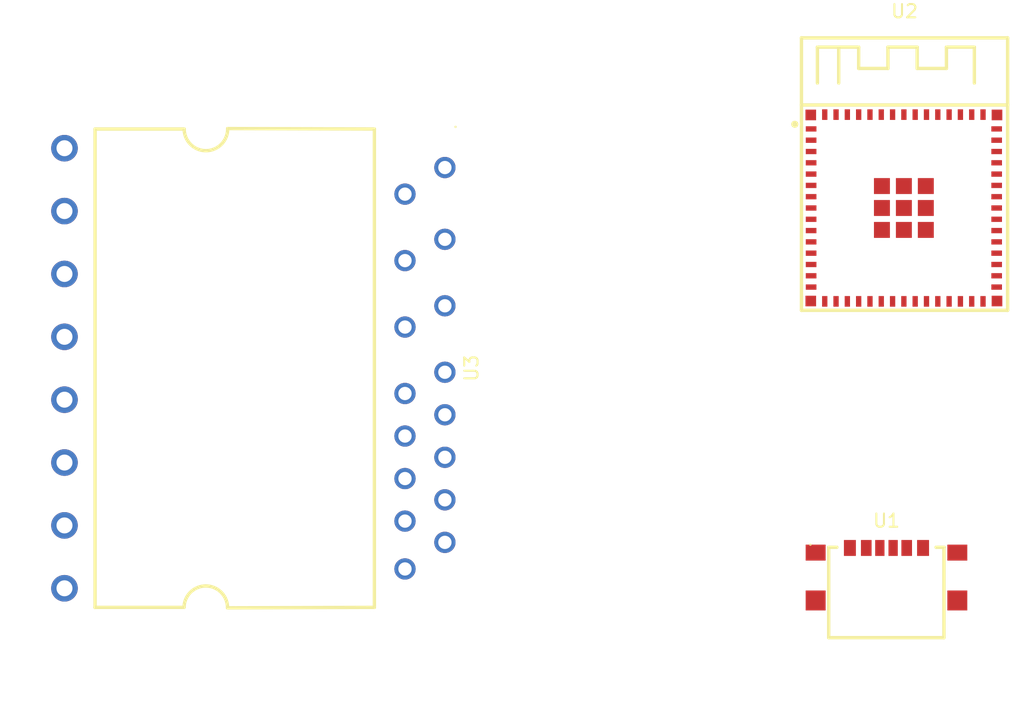
<source format=kicad_pcb>
(kicad_pcb (version 20221018) (generator pcbnew)
  (layers (0 "F.Cu" signal) (31 "B.Cu" signal) (34 "B.Paste" user) (35 "F.Paste" user) (36 "B.SilkS" user "B.Silkscreen") (37 "F.SilkS" user "F.Silkscreen") (38 "B.Mask" user) (39 "F.Mask" user) (44 "Edge.Cuts" user))
  (net 0 "")
  (net 73 "Net-(U2-GND-Pad1)")
  (footprint "footprint:DIP-24_L36.0-W21.0-P1.60-LS28.6-TL" (layer "F.Cu") (at 90.499975 82.504882 -90)
    (fp_text reference "U3" (at -0.00442 -16.299975 90) (layer "F.SilkS"))
    (fp_text value "IKCM20L60GA")
    (fp_line (start -18.000076 -9.000076) (end -18.034163 2.032004) (stroke (width 0.254)) (layer "F.SilkS"))
    (fp_line (start -18.000076 11.999949) (end -18.000076 5.299975) (stroke (width 0.254)) (layer "F.SilkS"))
    (fp_line (start 17.991237 -8.989891) (end 18.025324 2.042139) (stroke (width 0.254)) (layer "F.SilkS"))
    (fp_line (start 17.991237 12.010109) (end 17.991237 5.31016) (stroke (width 0.254)) (layer "F.SilkS"))
    (fp_line (start 17.999975 -9.000076) (end -18.000076 -9.000076) (stroke (width 0.254)) (layer "F.SilkS"))
    (fp_line (start 17.999975 11.999949) (end -18.000076 11.999949) (stroke (width 0.254)) (layer "F.SilkS"))
    (fp_arc (start -18.034163 2.032004) (mid -16.383135 3.648946) (end -18.000077 5.299974) (stroke (width 0.254)) (layer "F.SilkS"))
    (fp_arc (start 17.991237 5.310135) (mid 16.374295 3.659107) (end 18.025323 2.042163) (stroke (width 0.254)) (layer "F.SilkS"))
    (fp_circle (center -18.161163 -15.099975) (end -18.131166 -15.099975) (stroke (width 0.059995)) (fill none) (layer "F.SilkS"))
    (pad "1" thru_hole circle (at -15.100203 -14.299975 270) (size 1.6 1.6) (drill 1) (layers "*.Cu" "*.Mask"))
    (pad "2" thru_hole circle (at -13.099949 -11.299975 270) (size 1.6 1.6) (drill 1) (layers "*.Cu" "*.Mask"))
    (pad "3" thru_hole circle (at -9.700152 -14.299975 270) (size 1.6 1.6) (drill 1) (layers "*.Cu" "*.Mask"))
    (pad "4" thru_hole circle (at -8.099949 -11.299975 270) (size 1.6 1.6) (drill 1) (layers "*.Cu" "*.Mask"))
    (pad "5" thru_hole circle (at -4.699898 -14.299975 270) (size 1.6 1.6) (drill 1) (layers "*.Cu" "*.Mask"))
    (pad "6" thru_hole circle (at -3.099949 -11.299975 270) (size 1.6 1.6) (drill 1) (layers "*.Cu" "*.Mask"))
    (pad "7" thru_hole circle (at 0.300102 -14.299975 270) (size 1.6 1.6) (drill 1) (layers "*.Cu" "*.Mask"))
    (pad "8" thru_hole circle (at 1.900051 -11.299975 270) (size 1.6 1.6) (drill 1) (layers "*.Cu" "*.Mask"))
    (pad "9" thru_hole circle (at 3.5 -14.299975 270) (size 1.6 1.6) (drill 1) (layers "*.Cu" "*.Mask"))
    (pad "10" thru_hole circle (at 5.099949 -11.299975 270) (size 1.6 1.6) (drill 1) (layers "*.Cu" "*.Mask"))
    (pad "11" thru_hole circle (at 6.699898 -14.299975 270) (size 1.6 1.6) (drill 1) (layers "*.Cu" "*.Mask"))
    (pad "12" thru_hole circle (at 8.300102 -11.299975 270) (size 1.6 1.6) (drill 1) (layers "*.Cu" "*.Mask"))
    (pad "13" thru_hole circle (at 9.900051 -14.299975 270) (size 1.6 1.6) (drill 1) (layers "*.Cu" "*.Mask"))
    (pad "14" thru_hole circle (at 11.5 -11.299975 270) (size 1.6 1.6) (drill 1) (layers "*.Cu" "*.Mask"))
    (pad "15" thru_hole circle (at 13.099949 -14.299975 270) (size 1.6 1.6) (drill 1) (layers "*.Cu" "*.Mask"))
    (pad "16" thru_hole circle (at 15.099949 -11.299975 270) (size 1.6 1.6) (drill 1) (layers "*.Cu" "*.Mask"))
    (pad "17" thru_hole circle (at 16.555118 14.299975 270) (size 2 2) (drill 1.2) (layers "*.Cu" "*.Mask"))
    (pad "18" thru_hole circle (at 11.824867 14.299975 270) (size 2 2) (drill 1.2) (layers "*.Cu" "*.Mask"))
    (pad "19" thru_hole circle (at 7.094869 14.299975 270) (size 2 2) (drill 1.2) (layers "*.Cu" "*.Mask"))
    (pad "20" thru_hole circle (at 2.364872 14.299975 270) (size 2 2) (drill 1.2) (layers "*.Cu" "*.Mask"))
    (pad "21" thru_hole circle (at -2.365126 14.299975 270) (size 2 2) (drill 1.2) (layers "*.Cu" "*.Mask"))
    (pad "22" thru_hole circle (at -7.095123 14.299975 270) (size 2 2) (drill 1.2) (layers "*.Cu" "*.Mask"))
    (pad "23" thru_hole circle (at -11.825121 14.299975 270) (size 2 2) (drill 1.2) (layers "*.Cu" "*.Mask"))
    (pad "24" thru_hole circle (at -16.555118 14.299975 270) (size 2 2) (drill 1.2) (layers "*.Cu" "*.Mask"))
  )
  (footprint "footprint:BULETM-SMD_ESP32-S3-MINI-1-N8" (layer "F.Cu") (at 139.308134 70.44719)
    (fp_text reference "U2" (at 0.05 -14.800152) (layer "F.SilkS"))
    (fp_text value "ESP32-S3-MINI-1-N8")
    (fp_line (start -7.700025 -12.800152) (end 7.800025 -12.800152) (stroke (width 0.254)) (layer "F.SilkS"))
    (fp_line (start -7.700025 -7.749759) (end 7.800025 -7.749759) (stroke (width 0.254)) (layer "F.SilkS"))
    (fp_line (start -7.700025 7.699898) (end -7.700025 -12.800152) (stroke (width 0.254)) (layer "F.SilkS"))
    (fp_line (start -6.500025 -12.100152) (end -4.9 -12.100152) (stroke (width 0.254)) (layer "F.SilkS"))
    (fp_line (start -6.500025 -9.400152) (end -6.500025 -12.100152) (stroke (width 0.254)) (layer "F.SilkS"))
    (fp_line (start -4.9 -12.100152) (end -4.9 -9.400152) (stroke (width 0.254)) (layer "F.SilkS"))
    (fp_line (start -4.9 -12.100152) (end -3.4 -12.100152) (stroke (width 0.254)) (layer "F.SilkS"))
    (fp_line (start -3.4 -12.100152) (end -3.4 -10.500152) (stroke (width 0.254)) (layer "F.SilkS"))
    (fp_line (start -3.4 -10.500152) (end -1.2 -10.500152) (stroke (width 0.254)) (layer "F.SilkS"))
    (fp_line (start -1.2 -12.100152) (end 1 -12.100152) (stroke (width 0.254)) (layer "F.SilkS"))
    (fp_line (start -1.2 -10.500152) (end -1.2 -12.100152) (stroke (width 0.254)) (layer "F.SilkS"))
    (fp_line (start 1 -12.100152) (end 1 -10.500152) (stroke (width 0.254)) (layer "F.SilkS"))
    (fp_line (start 1 -10.500152) (end 3.2 -10.500152) (stroke (width 0.254)) (layer "F.SilkS"))
    (fp_line (start 3.2 -12.100152) (end 5.300025 -12.100152) (stroke (width 0.254)) (layer "F.SilkS"))
    (fp_line (start 3.2 -10.500152) (end 3.2 -12.100152) (stroke (width 0.254)) (layer "F.SilkS"))
    (fp_line (start 5.300025 -12.100152) (end 5.300025 -9.400152) (stroke (width 0.254)) (layer "F.SilkS"))
    (fp_line (start 7.800025 -12.800152) (end 7.800025 7.699898) (stroke (width 0.254)) (layer "F.SilkS"))
    (fp_line (start 7.800025 -7.749759) (end 7.800025 -7.78603) (stroke (width 0.254)) (layer "F.SilkS"))
    (fp_line (start 7.800025 7.699898) (end -7.700025 7.699898) (stroke (width 0.254)) (layer "F.SilkS"))
    (fp_circle (center -8.199898 -6.300102) (end -8.05842 -6.300102) (stroke (width 0.254)) (fill none) (layer "F.SilkS"))
    (fp_circle (center -7.700025 -12.775083) (end -7.670053 -12.775083) (stroke (width 0.059995)) (fill none) (layer "F.SilkS"))
    (pad "1" smd rect (at -6.975108 -5.950089 90) (size 0.4 0.8) (layers "F.Cu" "F.Paste" "F.Mask") (net 73 "Net-(U2-GND-Pad1)"))
    (pad "2" smd rect (at -6.975108 -5.100203 90) (size 0.4 0.8) (layers "F.Cu" "F.Paste" "F.Mask") (net 73 "Net-(U2-GND-Pad1)"))
    (pad "3" smd rect (at -6.975108 -4.250064 90) (size 0.4 0.8) (layers "F.Cu" "F.Paste" "F.Mask"))
    (pad "4" smd rect (at -6.975108 -3.400178 90) (size 0.4 0.8) (layers "F.Cu" "F.Paste" "F.Mask"))
    (pad "5" smd rect (at -6.975108 -2.550038 90) (size 0.4 0.8) (layers "F.Cu" "F.Paste" "F.Mask"))
    (pad "6" smd rect (at -6.975108 -1.700152 90) (size 0.4 0.8) (layers "F.Cu" "F.Paste" "F.Mask"))
    (pad "7" smd rect (at -6.975108 -0.850013 90) (size 0.4 0.8) (layers "F.Cu" "F.Paste" "F.Mask"))
    (pad "8" smd rect (at -6.975108 -0.000127 90) (size 0.4 0.8) (layers "F.Cu" "F.Paste" "F.Mask"))
    (pad "9" smd rect (at -6.975108 0.849759 90) (size 0.4 0.8) (layers "F.Cu" "F.Paste" "F.Mask"))
    (pad "10" smd rect (at -6.975108 1.699898 90) (size 0.4 0.8) (layers "F.Cu" "F.Paste" "F.Mask"))
    (pad "11" smd rect (at -6.975108 2.549784 90) (size 0.4 0.8) (layers "F.Cu" "F.Paste" "F.Mask"))
    (pad "12" smd rect (at -6.975108 3.399924 90) (size 0.4 0.8) (layers "F.Cu" "F.Paste" "F.Mask"))
    (pad "13" smd rect (at -6.975108 4.249809 90) (size 0.4 0.8) (layers "F.Cu" "F.Paste" "F.Mask"))
    (pad "14" smd rect (at -6.975108 5.099949 90) (size 0.4 0.8) (layers "F.Cu" "F.Paste" "F.Mask"))
    (pad "15" smd rect (at -6.975108 5.949835 90) (size 0.4 0.8) (layers "F.Cu" "F.Paste" "F.Mask"))
    (pad "16" smd rect (at -5.949962 7.025019 180) (size 0.4 0.8) (layers "F.Cu" "F.Paste" "F.Mask"))
    (pad "17" smd rect (at -5.100076 7.025019 180) (size 0.4 0.8) (layers "F.Cu" "F.Paste" "F.Mask"))
    (pad "18" smd rect (at -4.249936 7.025019 180) (size 0.4 0.8) (layers "F.Cu" "F.Paste" "F.Mask"))
    (pad "19" smd rect (at -3.400051 7.025019 180) (size 0.4 0.8) (layers "F.Cu" "F.Paste" "F.Mask"))
    (pad "20" smd rect (at -2.549911 7.025019 180) (size 0.4 0.8) (layers "F.Cu" "F.Paste" "F.Mask"))
    (pad "21" smd rect (at -1.700025 7.025019 180) (size 0.4 0.8) (layers "F.Cu" "F.Paste" "F.Mask"))
    (pad "22" smd rect (at -0.849886 7.025019 180) (size 0.4 0.8) (layers "F.Cu" "F.Paste" "F.Mask"))
    (pad "23" smd rect (at 0 7.025019 180) (size 0.4 0.8) (layers "F.Cu" "F.Paste" "F.Mask"))
    (pad "24" smd rect (at 0.849886 7.025019 180) (size 0.4 0.8) (layers "F.Cu" "F.Paste" "F.Mask"))
    (pad "25" smd rect (at 1.700025 7.025019 180) (size 0.4 0.8) (layers "F.Cu" "F.Paste" "F.Mask"))
    (pad "26" smd rect (at 2.549911 7.025019 180) (size 0.4 0.8) (layers "F.Cu" "F.Paste" "F.Mask"))
    (pad "27" smd rect (at 3.400051 7.025019 180) (size 0.4 0.8) (layers "F.Cu" "F.Paste" "F.Mask"))
    (pad "28" smd rect (at 4.249936 7.025019 180) (size 0.4 0.8) (layers "F.Cu" "F.Paste" "F.Mask"))
    (pad "29" smd rect (at 5.100076 7.025019 180) (size 0.4 0.8) (layers "F.Cu" "F.Paste" "F.Mask"))
    (pad "30" smd rect (at 5.949962 7.025019 180) (size 0.4 0.8) (layers "F.Cu" "F.Paste" "F.Mask"))
    (pad "31" smd rect (at 6.975108 5.949835 270) (size 0.4 0.8) (layers "F.Cu" "F.Paste" "F.Mask"))
    (pad "32" smd rect (at 6.975108 5.099949 270) (size 0.4 0.8) (layers "F.Cu" "F.Paste" "F.Mask"))
    (pad "33" smd rect (at 6.975108 4.249809 270) (size 0.4 0.8) (layers "F.Cu" "F.Paste" "F.Mask"))
    (pad "34" smd rect (at 6.975108 3.399924 270) (size 0.4 0.8) (layers "F.Cu" "F.Paste" "F.Mask"))
    (pad "35" smd rect (at 6.975108 2.549784 270) (size 0.4 0.8) (layers "F.Cu" "F.Paste" "F.Mask"))
    (pad "36" smd rect (at 6.975108 1.699898 270) (size 0.4 0.8) (layers "F.Cu" "F.Paste" "F.Mask"))
    (pad "37" smd rect (at 6.975108 0.849759 270) (size 0.4 0.8) (layers "F.Cu" "F.Paste" "F.Mask"))
    (pad "38" smd rect (at 6.975108 -0.000127 270) (size 0.4 0.8) (layers "F.Cu" "F.Paste" "F.Mask"))
    (pad "39" smd rect (at 6.975108 -0.850013 270) (size 0.4 0.8) (layers "F.Cu" "F.Paste" "F.Mask"))
    (pad "40" smd rect (at 6.975108 -1.700152 270) (size 0.4 0.8) (layers "F.Cu" "F.Paste" "F.Mask"))
    (pad "41" smd rect (at 6.975108 -2.550038 270) (size 0.4 0.8) (layers "F.Cu" "F.Paste" "F.Mask"))
    (pad "42" smd rect (at 6.975108 -3.400178 270) (size 0.4 0.8) (layers "F.Cu" "F.Paste" "F.Mask") (net 73 "Net-(U2-GND-Pad1)"))
    (pad "43" smd rect (at 6.975108 -4.250064 270) (size 0.4 0.8) (layers "F.Cu" "F.Paste" "F.Mask") (net 73 "Net-(U2-GND-Pad1)"))
    (pad "44" smd rect (at 6.975108 -5.100203 270) (size 0.4 0.8) (layers "F.Cu" "F.Paste" "F.Mask"))
    (pad "45" smd rect (at 6.975108 -5.950089 270) (size 0.4 0.8) (layers "F.Cu" "F.Paste" "F.Mask"))
    (pad "46" smd rect (at 5.949962 -7.025019) (size 0.4 0.8) (layers "F.Cu" "F.Paste" "F.Mask") (net 73 "Net-(U2-GND-Pad1)"))
    (pad "47" smd rect (at 5.100076 -7.025019) (size 0.4 0.8) (layers "F.Cu" "F.Paste" "F.Mask") (net 73 "Net-(U2-GND-Pad1)"))
    (pad "48" smd rect (at 4.249936 -7.025019) (size 0.4 0.8) (layers "F.Cu" "F.Paste" "F.Mask") (net 73 "Net-(U2-GND-Pad1)"))
    (pad "49" smd rect (at 3.400051 -7.025019) (size 0.4 0.8) (layers "F.Cu" "F.Paste" "F.Mask") (net 73 "Net-(U2-GND-Pad1)"))
    (pad "50" smd rect (at 2.549911 -7.025019) (size 0.4 0.8) (layers "F.Cu" "F.Paste" "F.Mask") (net 73 "Net-(U2-GND-Pad1)"))
    (pad "51" smd rect (at 1.700025 -7.025019) (size 0.4 0.8) (layers "F.Cu" "F.Paste" "F.Mask") (net 73 "Net-(U2-GND-Pad1)"))
    (pad "52" smd rect (at 0.849886 -7.025019) (size 0.4 0.8) (layers "F.Cu" "F.Paste" "F.Mask") (net 73 "Net-(U2-GND-Pad1)"))
    (pad "53" smd rect (at 0 -7.025019) (size 0.4 0.8) (layers "F.Cu" "F.Paste" "F.Mask") (net 73 "Net-(U2-GND-Pad1)"))
    (pad "54" smd rect (at -0.849886 -7.025019) (size 0.4 0.8) (layers "F.Cu" "F.Paste" "F.Mask") (net 73 "Net-(U2-GND-Pad1)"))
    (pad "55" smd rect (at -1.700025 -7.025019) (size 0.4 0.8) (layers "F.Cu" "F.Paste" "F.Mask") (net 73 "Net-(U2-GND-Pad1)"))
    (pad "56" smd rect (at -2.549911 -7.025019) (size 0.4 0.8) (layers "F.Cu" "F.Paste" "F.Mask") (net 73 "Net-(U2-GND-Pad1)"))
    (pad "57" smd rect (at -3.400051 -7.025019) (size 0.4 0.8) (layers "F.Cu" "F.Paste" "F.Mask") (net 73 "Net-(U2-GND-Pad1)"))
    (pad "58" smd rect (at -4.249936 -7.025019) (size 0.4 0.8) (layers "F.Cu" "F.Paste" "F.Mask") (net 73 "Net-(U2-GND-Pad1)"))
    (pad "59" smd rect (at -5.100076 -7.025019) (size 0.4 0.8) (layers "F.Cu" "F.Paste" "F.Mask") (net 73 "Net-(U2-GND-Pad1)"))
    (pad "60" smd rect (at -5.949962 -7.025019) (size 0.4 0.8) (layers "F.Cu" "F.Paste" "F.Mask") (net 73 "Net-(U2-GND-Pad1)"))
    (pad "GND" smd rect (at -7 -7.000127 90) (size 0.8 0.8) (layers "F.Cu" "F.Paste" "F.Mask"))
    (pad "GND" smd rect (at -7 6.999873 90) (size 0.8 0.8) (layers "F.Cu" "F.Paste" "F.Mask"))
    (pad "GND" smd rect (at -1.649987 -1.650114 90) (size 1.2 1.2) (layers "F.Cu" "F.Paste" "F.Mask"))
    (pad "GND" smd rect (at -1.649987 -0.000127 90) (size 1.2 1.2) (layers "F.Cu" "F.Paste" "F.Mask"))
    (pad "GND" smd rect (at -1.649987 1.64986 90) (size 1.2 1.2) (layers "F.Cu" "F.Paste" "F.Mask"))
    (pad "GND" smd rect (at 0 -1.650114 90) (size 1.2 1.2) (layers "F.Cu" "F.Paste" "F.Mask"))
    (pad "GND" smd rect (at 0 -0.000127 90) (size 1.2 1.2) (layers "F.Cu" "F.Paste" "F.Mask"))
    (pad "GND" smd rect (at 0 1.64986 90) (size 1.2 1.2) (layers "F.Cu" "F.Paste" "F.Mask"))
    (pad "GND" smd rect (at 1.649987 -1.650114 90) (size 1.2 1.2) (layers "F.Cu" "F.Paste" "F.Mask"))
    (pad "GND" smd rect (at 1.649987 -0.000127 90) (size 1.2 1.2) (layers "F.Cu" "F.Paste" "F.Mask"))
    (pad "GND" smd rect (at 1.649987 1.64986 90) (size 1.2 1.2) (layers "F.Cu" "F.Paste" "F.Mask"))
    (pad "GND" smd rect (at 7 -7.000127 90) (size 0.8 0.8) (layers "F.Cu" "F.Paste" "F.Mask"))
    (pad "GND" smd rect (at 7 6.999873 90) (size 0.8 0.8) (layers "F.Cu" "F.Paste" "F.Mask"))
  )
  (footprint "footprint:TYPE-C-SMD_USB-TYPE-C-007" (layer "F.Cu") (at 138 98)
    (fp_text reference "U1" (at 0 -4.025197) (layer "F.SilkS"))
    (fp_text value "USB-TYPE-C-007")
    (fp_line (start -4.343967 -2.025197) (end -4.343967 4.774905) (stroke (width 0.254)) (layer "F.SilkS"))
    (fp_line (start -4.343967 -2.025197) (end -3.731166 -2.025197) (stroke (width 0.254)) (layer "F.SilkS"))
    (fp_line (start -4.343967 4.774905) (end 4.31999 4.774905) (stroke (width 0.254)) (layer "F.SilkS"))
    (fp_line (start 3.731166 -2.025197) (end 4.343967 -2.025197) (stroke (width 0.254)) (layer "F.SilkS"))
    (fp_line (start 4.31999 4.774905) (end 4.31999 -2.025197) (stroke (width 0.254)) (layer "F.SilkS"))
    (fp_circle (center -5.720091 -2.225171) (end -5.690119 -2.225171) (stroke (width 0.059995)) (fill none) (layer "F.SilkS"))
    (pad "17" smd rect (at -5.325121 -1.625222) (size 1.5 1.2) (layers "F.Cu" "F.Paste" "F.Mask"))
    (pad "18" smd rect (at 5.325121 -1.625222) (size 1.5 1.2) (layers "F.Cu" "F.Paste" "F.Mask"))
    (pad "19" smd rect (at -5.325121 1.974981) (size 1.5 1.5) (layers "F.Cu" "F.Paste" "F.Mask"))
    (pad "20" smd rect (at 5.325121 1.974981) (size 1.5 1.5) (layers "F.Cu" "F.Paste" "F.Mask"))
    (pad "A5" smd rect (at -0.499873 -1.974981) (size 0.7 1.2) (layers "F.Cu" "F.Paste" "F.Mask"))
    (pad "A9" smd rect (at 1.519939 -1.974981) (size 0.8 1.2) (layers "F.Cu" "F.Paste" "F.Mask"))
    (pad "A12" smd rect (at 2.750064 -1.974981) (size 0.9 1.2) (layers "F.Cu" "F.Paste" "F.Mask"))
    (pad "B5" smd rect (at 0.500127 -1.974981) (size 0.7 1.2) (layers "F.Cu" "F.Paste" "F.Mask"))
    (pad "B9" smd rect (at -1.519939 -1.974981) (size 0.8 1.2) (layers "F.Cu" "F.Paste" "F.Mask"))
    (pad "B12" smd rect (at -2.750064 -1.974981) (size 0.9 1.2) (layers "F.Cu" "F.Paste" "F.Mask"))
  )
)
</source>
